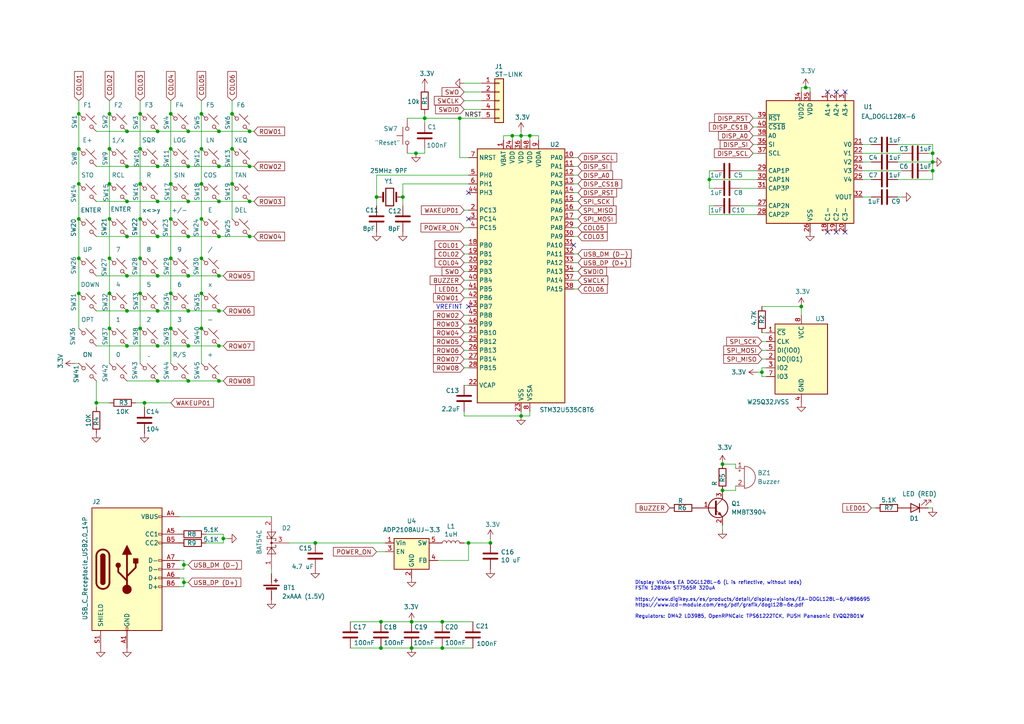
<source format=kicad_sch>
(kicad_sch (version 20231120) (generator "eeschema") (generator_version "8.0")
  (paper "A4")
  (title_block (title "DM50 Calculator") (date "2023-01-13") (rev "0.1"))
  (junction (at 53.34 168.91))
  (junction (at 63.5 90.17))
  (junction (at 40.64 33.02))
  (junction (at 22.86 33.02))
  (junction (at 72.39 38.1))
  (junction (at 220.98 107.95))
  (junction (at 58.42 63.5))
  (junction (at 36.83 90.17))
  (junction (at 49.53 85.09))
  (junction (at 54.61 58.42))
  (junction (at 53.34 163.83))
  (junction (at 67.31 43.18))
  (junction (at 31.75 33.02))
  (junction (at 58.42 43.18))
  (junction (at 270.51 49.53))
  (junction (at 63.5 48.26))
  (junction (at 40.64 85.09))
  (junction (at 40.64 43.18))
  (junction (at 151.13 120.65))
  (junction (at 45.72 100.33))
  (junction (at 120.65 44.45))
  (junction (at 45.72 80.01))
  (junction (at 110.49 187.96))
  (junction (at 119.38 180.34))
  (junction (at 64.77 156.21))
  (junction (at 209.55 142.24))
  (junction (at 72.39 48.26))
  (junction (at 148.59 39.37))
  (junction (at 27.94 116.84))
  (junction (at 49.53 74.93))
  (junction (at 41.91 116.84))
  (junction (at 31.75 43.18))
  (junction (at 40.64 63.5))
  (junction (at 54.61 48.26))
  (junction (at 58.42 95.25))
  (junction (at 151.13 39.37))
  (junction (at 49.53 63.5))
  (junction (at 72.39 68.58))
  (junction (at 270.51 44.45))
  (junction (at 109.22 57.15))
  (junction (at 49.53 33.02))
  (junction (at 36.83 100.33))
  (junction (at 133.35 34.29))
  (junction (at 31.75 53.34))
  (junction (at 58.42 74.93))
  (junction (at 63.5 100.33))
  (junction (at 153.67 39.37))
  (junction (at 49.53 43.18))
  (junction (at 36.83 68.58))
  (junction (at 49.53 95.25))
  (junction (at 67.31 53.34))
  (junction (at 54.61 80.01))
  (junction (at 58.42 33.02))
  (junction (at 63.5 110.49))
  (junction (at 40.64 53.34))
  (junction (at 135.89 157.48))
  (junction (at 205.74 52.07))
  (junction (at 40.64 95.25))
  (junction (at 36.83 48.26))
  (junction (at 91.44 157.48))
  (junction (at 142.24 157.48))
  (junction (at 54.61 90.17))
  (junction (at 63.5 68.58))
  (junction (at 233.68 25.4))
  (junction (at 270.51 46.99))
  (junction (at 22.86 74.93))
  (junction (at 45.72 48.26))
  (junction (at 123.19 34.29))
  (junction (at 128.27 180.34))
  (junction (at 31.75 74.93))
  (junction (at 22.86 43.18))
  (junction (at 22.86 85.09))
  (junction (at 31.75 63.5))
  (junction (at 63.5 58.42))
  (junction (at 63.5 38.1))
  (junction (at 54.61 100.33))
  (junction (at 209.55 134.62))
  (junction (at 22.86 63.5))
  (junction (at 45.72 68.58))
  (junction (at 58.42 53.34))
  (junction (at 116.84 57.15))
  (junction (at 119.38 187.96))
  (junction (at 45.72 38.1))
  (junction (at 36.83 80.01))
  (junction (at 36.83 38.1))
  (junction (at 232.41 88.9))
  (junction (at 40.64 74.93))
  (junction (at 54.61 110.49))
  (junction (at 45.72 58.42))
  (junction (at 54.61 68.58))
  (junction (at 45.72 90.17))
  (junction (at 49.53 53.34))
  (junction (at 67.31 33.02))
  (junction (at 63.5 80.01))
  (junction (at 36.83 58.42))
  (junction (at 45.72 110.49))
  (junction (at 110.49 180.34))
  (junction (at 58.42 85.09))
  (junction (at 31.75 85.09))
  (junction (at 72.39 58.42))
  (junction (at 54.61 38.1))
  (junction (at 128.27 187.96))
  (junction (at 31.75 95.25))
  (junction (at 22.86 53.34))
  (no_connect (at 245.11 67.31))
  (no_connect (at 245.11 26.67))
  (no_connect (at 135.89 63.5))
  (no_connect (at 242.57 26.67))
  (no_connect (at 166.37 71.12))
  (no_connect (at 135.89 88.9))
  (no_connect (at 242.57 67.31))
  (no_connect (at 240.03 67.31))
  (no_connect (at 135.89 55.88))
  (no_connect (at 240.03 26.67))
  (wire (pts (xy 233.68 25.4) (xy 234.95 25.4)))
  (wire (pts (xy 36.83 58.42) (xy 45.72 58.42)))
  (wire (pts (xy 40.64 53.34) (xy 40.64 63.5)))
  (wire (pts (xy 220.98 104.14) (xy 222.25 104.14)))
  (wire (pts (xy 63.5 38.1) (xy 72.39 38.1)))
  (wire (pts (xy 40.64 63.5) (xy 40.64 74.93)))
  (wire (pts (xy 36.83 68.58) (xy 45.72 68.58)))
  (wire (pts (xy 232.41 88.9) (xy 232.41 91.44)))
  (wire (pts (xy 22.86 43.18) (xy 22.86 53.34)))
  (wire (pts (xy 27.94 116.84) (xy 31.75 116.84)))
  (wire (pts (xy 54.61 38.1) (xy 63.5 38.1)))
  (wire (pts (xy 45.72 58.42) (xy 54.61 58.42)))
  (wire (pts (xy 31.75 63.5) (xy 31.75 74.93)))
  (wire (pts (xy 58.42 29.21) (xy 58.42 33.02)))
  (wire (pts (xy 128.27 180.34) (xy 137.16 180.34)))
  (wire (pts (xy 123.19 34.29) (xy 133.35 34.29)))
  (wire (pts (xy 134.62 99.06) (xy 135.89 99.06)))
  (wire (pts (xy 218.44 34.29) (xy 219.71 34.29)))
  (wire (pts (xy 166.37 58.42) (xy 167.64 58.42)))
  (wire (pts (xy 22.86 85.09) (xy 22.86 95.25)))
  (wire (pts (xy 250.19 52.07) (xy 252.73 52.07)))
  (wire (pts (xy 64.77 156.21) (xy 64.77 157.48)))
  (wire (pts (xy 134.62 83.82) (xy 135.89 83.82)))
  (wire (pts (xy 63.5 58.42) (xy 72.39 58.42)))
  (wire (pts (xy 166.37 50.8) (xy 167.64 50.8)))
  (wire (pts (xy 142.24 156.21) (xy 142.24 157.48)))
  (wire (pts (xy 54.61 48.26) (xy 63.5 48.26)))
  (wire (pts (xy 110.49 187.96) (xy 119.38 187.96)))
  (wire (pts (xy 41.91 116.84) (xy 49.53 116.84)))
  (wire (pts (xy 166.37 78.74) (xy 167.64 78.74)))
  (wire (pts (xy 54.61 58.42) (xy 63.5 58.42)))
  (wire (pts (xy 52.07 170.18) (xy 53.34 170.18)))
  (wire (pts (xy 220.98 107.95) (xy 220.98 106.68)))
  (wire (pts (xy 270.51 44.45) (xy 270.51 46.99)))
  (wire (pts (xy 21.59 105.41) (xy 22.86 105.41)))
  (wire (pts (xy 213.36 135.89) (xy 213.36 134.62)))
  (wire (pts (xy 209.55 142.24) (xy 213.36 142.24)))
  (wire (pts (xy 250.19 44.45) (xy 261.62 44.45)))
  (wire (pts (xy 134.62 81.28) (xy 135.89 81.28)))
  (wire (pts (xy 63.5 90.17) (xy 64.77 90.17)))
  (wire (pts (xy 220.98 107.95) (xy 220.98 109.22)))
  (wire (pts (xy 260.35 41.91) (xy 270.51 41.91)))
  (wire (pts (xy 52.07 167.64) (xy 53.34 167.64)))
  (wire (pts (xy 214.63 49.53) (xy 219.71 49.53)))
  (wire (pts (xy 166.37 60.96) (xy 167.64 60.96)))
  (wire (pts (xy 166.37 45.72) (xy 167.64 45.72)))
  (wire (pts (xy 148.59 39.37) (xy 151.13 39.37)))
  (wire (pts (xy 49.53 74.93) (xy 49.53 85.09)))
  (wire (pts (xy 123.19 33.02) (xy 123.19 34.29)))
  (wire (pts (xy 220.98 106.68) (xy 222.25 106.68)))
  (wire (pts (xy 207.01 49.53) (xy 205.74 49.53)))
  (wire (pts (xy 166.37 68.58) (xy 167.64 68.58)))
  (wire (pts (xy 27.94 110.49) (xy 27.94 116.84)))
  (wire (pts (xy 58.42 53.34) (xy 58.42 63.5)))
  (wire (pts (xy 67.31 43.18) (xy 67.31 53.34)))
  (wire (pts (xy 123.19 43.18) (xy 123.19 44.45)))
  (wire (pts (xy 31.75 29.21) (xy 31.75 33.02)))
  (wire (pts (xy 40.64 95.25) (xy 40.64 105.41)))
  (wire (pts (xy 270.51 41.91) (xy 270.51 44.45)))
  (wire (pts (xy 36.83 80.01) (xy 45.72 80.01)))
  (wire (pts (xy 116.84 53.34) (xy 135.89 53.34)))
  (wire (pts (xy 146.05 39.37) (xy 148.59 39.37)))
  (wire (pts (xy 40.64 74.93) (xy 40.64 85.09)))
  (wire (pts (xy 22.86 29.21) (xy 22.86 33.02)))
  (wire (pts (xy 116.84 53.34) (xy 116.84 57.15)))
  (wire (pts (xy 36.83 38.1) (xy 45.72 38.1)))
  (wire (pts (xy 134.62 73.66) (xy 135.89 73.66)))
  (wire (pts (xy 134.62 101.6) (xy 135.89 101.6)))
  (wire (pts (xy 250.19 49.53) (xy 261.62 49.53)))
  (wire (pts (xy 270.51 52.07) (xy 260.35 52.07)))
  (wire (pts (xy 27.94 58.42) (xy 36.83 58.42)))
  (wire (pts (xy 209.55 134.62) (xy 213.36 134.62)))
  (wire (pts (xy 31.75 33.02) (xy 31.75 43.18)))
  (wire (pts (xy 27.94 116.84) (xy 27.94 118.11)))
  (wire (pts (xy 67.31 29.21) (xy 67.31 33.02)))
  (wire (pts (xy 40.64 29.21) (xy 40.64 33.02)))
  (wire (pts (xy 205.74 52.07) (xy 205.74 54.61)))
  (wire (pts (xy 151.13 39.37) (xy 153.67 39.37)))
  (wire (pts (xy 135.89 157.48) (xy 142.24 157.48)))
  (wire (pts (xy 67.31 33.02) (xy 67.31 43.18)))
  (wire (pts (xy 205.74 54.61) (xy 207.01 54.61)))
  (wire (pts (xy 219.71 107.95) (xy 220.98 107.95)))
  (wire (pts (xy 134.62 76.2) (xy 135.89 76.2)))
  (wire (pts (xy 22.86 74.93) (xy 22.86 85.09)))
  (wire (pts (xy 83.82 157.48) (xy 91.44 157.48)))
  (wire (pts (xy 252.73 147.32) (xy 254 147.32)))
  (wire (pts (xy 63.5 80.01) (xy 64.77 80.01)))
  (wire (pts (xy 234.95 25.4) (xy 234.95 26.67)))
  (wire (pts (xy 22.86 53.34) (xy 22.86 63.5)))
  (wire (pts (xy 260.35 46.99) (xy 270.51 46.99)))
  (wire (pts (xy 110.49 180.34) (xy 119.38 180.34)))
  (wire (pts (xy 53.34 163.83) (xy 53.34 165.1)))
  (wire (pts (xy 27.94 80.01) (xy 36.83 80.01)))
  (wire (pts (xy 166.37 81.28) (xy 167.64 81.28)))
  (wire (pts (xy 135.89 157.48) (xy 135.89 162.56)))
  (wire (pts (xy 91.44 157.48) (xy 111.76 157.48)))
  (wire (pts (xy 53.34 168.91) (xy 53.34 170.18)))
  (wire (pts (xy 134.62 157.48) (xy 135.89 157.48)))
  (wire (pts (xy 205.74 49.53) (xy 205.74 52.07)))
  (wire (pts (xy 133.35 45.72) (xy 135.89 45.72)))
  (wire (pts (xy 153.67 119.38) (xy 153.67 120.65)))
  (wire (pts (xy 166.37 55.88) (xy 167.64 55.88)))
  (wire (pts (xy 120.65 44.45) (xy 123.19 44.45)))
  (wire (pts (xy 134.62 71.12) (xy 135.89 71.12)))
  (wire (pts (xy 58.42 85.09) (xy 58.42 95.25)))
  (wire (pts (xy 49.53 29.21) (xy 49.53 33.02)))
  (wire (pts (xy 218.44 36.83) (xy 219.71 36.83)))
  (wire (pts (xy 166.37 73.66) (xy 167.64 73.66)))
  (wire (pts (xy 220.98 96.52) (xy 222.25 96.52)))
  (wire (pts (xy 166.37 48.26) (xy 167.64 48.26)))
  (wire (pts (xy 134.62 104.14) (xy 135.89 104.14)))
  (wire (pts (xy 110.49 187.96) (xy 101.6 187.96)))
  (wire (pts (xy 134.62 31.75) (xy 139.7 31.75)))
  (wire (pts (xy 36.83 48.26) (xy 45.72 48.26)))
  (wire (pts (xy 63.5 48.26) (xy 72.39 48.26)))
  (wire (pts (xy 58.42 33.02) (xy 58.42 43.18)))
  (wire (pts (xy 58.42 95.25) (xy 58.42 105.41)))
  (wire (pts (xy 128.27 187.96) (xy 137.16 187.96)))
  (wire (pts (xy 72.39 58.42) (xy 73.66 58.42)))
  (wire (pts (xy 22.86 63.5) (xy 22.86 74.93)))
  (wire (pts (xy 134.62 119.38) (xy 134.62 120.65)))
  (wire (pts (xy 261.62 57.15) (xy 260.35 57.15)))
  (wire (pts (xy 133.35 34.29) (xy 133.35 45.72)))
  (wire (pts (xy 36.83 110.49) (xy 45.72 110.49)))
  (wire (pts (xy 110.49 180.34) (xy 101.6 180.34)))
  (wire (pts (xy 53.34 168.91) (xy 53.34 167.64)))
  (wire (pts (xy 72.39 68.58) (xy 73.66 68.58)))
  (wire (pts (xy 27.94 90.17) (xy 36.83 90.17)))
  (wire (pts (xy 53.34 162.56) (xy 53.34 163.83)))
  (wire (pts (xy 269.24 44.45) (xy 270.51 44.45)))
  (wire (pts (xy 27.94 100.33) (xy 36.83 100.33)))
  (wire (pts (xy 58.42 63.5) (xy 58.42 74.93)))
  (wire (pts (xy 151.13 38.1) (xy 151.13 39.37)))
  (wire (pts (xy 49.53 95.25) (xy 49.53 105.41)))
  (wire (pts (xy 63.5 100.33) (xy 64.77 100.33)))
  (wire (pts (xy 52.07 149.86) (xy 78.74 149.86)))
  (wire (pts (xy 220.98 88.9) (xy 232.41 88.9)))
  (wire (pts (xy 40.64 85.09) (xy 40.64 95.25)))
  (wire (pts (xy 232.41 25.4) (xy 233.68 25.4)))
  (wire (pts (xy 36.83 100.33) (xy 45.72 100.33)))
  (wire (pts (xy 213.36 140.97) (xy 213.36 142.24)))
  (wire (pts (xy 151.13 119.38) (xy 151.13 120.65)))
  (wire (pts (xy 72.39 48.26) (xy 73.66 48.26)))
  (wire (pts (xy 72.39 38.1) (xy 73.66 38.1)))
  (wire (pts (xy 133.35 34.29) (xy 139.7 34.29)))
  (wire (pts (xy 45.72 110.49) (xy 54.61 110.49)))
  (wire (pts (xy 127 162.56) (xy 135.89 162.56)))
  (wire (pts (xy 54.61 110.49) (xy 63.5 110.49)))
  (wire (pts (xy 218.44 41.91) (xy 219.71 41.91)))
  (wire (pts (xy 54.61 68.58) (xy 63.5 68.58)))
  (wire (pts (xy 49.53 43.18) (xy 49.53 53.34)))
  (wire (pts (xy 54.61 100.33) (xy 63.5 100.33)))
  (wire (pts (xy 151.13 39.37) (xy 151.13 40.64)))
  (wire (pts (xy 118.11 44.45) (xy 120.65 44.45)))
  (wire (pts (xy 134.62 120.65) (xy 151.13 120.65)))
  (wire (pts (xy 52.07 162.56) (xy 53.34 162.56)))
  (wire (pts (xy 109.22 160.02) (xy 111.76 160.02)))
  (wire (pts (xy 134.62 86.36) (xy 135.89 86.36)))
  (wire (pts (xy 36.83 90.17) (xy 45.72 90.17)))
  (wire (pts (xy 148.59 39.37) (xy 148.59 40.64)))
  (wire (pts (xy 58.42 74.93) (xy 58.42 85.09)))
  (wire (pts (xy 39.37 116.84) (xy 41.91 116.84)))
  (wire (pts (xy 59.69 154.94) (xy 64.77 154.94)))
  (wire (pts (xy 63.5 110.49) (xy 64.77 110.49)))
  (wire (pts (xy 166.37 53.34) (xy 167.64 53.34)))
  (wire (pts (xy 134.62 78.74) (xy 135.89 78.74)))
  (wire (pts (xy 153.67 39.37) (xy 153.67 40.64)))
  (wire (pts (xy 134.62 93.98) (xy 135.89 93.98)))
  (wire (pts (xy 250.19 41.91) (xy 252.73 41.91)))
  (wire (pts (xy 153.67 39.37) (xy 156.21 39.37)))
  (wire (pts (xy 31.75 85.09) (xy 31.75 95.25)))
  (wire (pts (xy 134.62 26.67) (xy 139.7 26.67)))
  (wire (pts (xy 27.94 38.1) (xy 36.83 38.1)))
  (wire (pts (xy 214.63 54.61) (xy 219.71 54.61)))
  (wire (pts (xy 250.19 46.99) (xy 252.73 46.99)))
  (wire (pts (xy 31.75 53.34) (xy 31.75 63.5)))
  (wire (pts (xy 59.69 157.48) (xy 64.77 157.48)))
  (wire (pts (xy 270.51 46.99) (xy 270.51 49.53)))
  (wire (pts (xy 58.42 43.18) (xy 58.42 53.34)))
  (wire (pts (xy 220.98 101.6) (xy 222.25 101.6)))
  (wire (pts (xy 109.22 57.15) (xy 109.22 59.69)))
  (wire (pts (xy 31.75 95.25) (xy 31.75 105.41)))
  (wire (pts (xy 134.62 91.44) (xy 135.89 91.44)))
  (wire (pts (xy 53.34 163.83) (xy 54.61 163.83)))
  (wire (pts (xy 166.37 83.82) (xy 167.64 83.82)))
  (wire (pts (xy 209.55 152.4) (xy 209.55 153.67)))
  (wire (pts (xy 49.53 33.02) (xy 49.53 43.18)))
  (wire (pts (xy 232.41 26.67) (xy 232.41 25.4)))
  (wire (pts (xy 250.19 57.15) (xy 252.73 57.15)))
  (wire (pts (xy 270.51 49.53) (xy 270.51 52.07)))
  (wire (pts (xy 166.37 66.04) (xy 167.64 66.04)))
  (wire (pts (xy 63.5 68.58) (xy 72.39 68.58)))
  (wire (pts (xy 119.38 187.96) (xy 128.27 187.96)))
  (wire (pts (xy 218.44 39.37) (xy 219.71 39.37)))
  (wire (pts (xy 222.25 109.22) (xy 220.98 109.22)))
  (wire (pts (xy 40.64 43.18) (xy 40.64 53.34)))
  (wire (pts (xy 116.84 57.15) (xy 116.84 59.69)))
  (wire (pts (xy 205.74 62.23) (xy 219.71 62.23)))
  (wire (pts (xy 78.74 165.1) (xy 78.74 166.37)))
  (wire (pts (xy 156.21 39.37) (xy 156.21 40.64)))
  (wire (pts (xy 54.61 80.01) (xy 63.5 80.01)))
  (wire (pts (xy 134.62 106.68) (xy 135.89 106.68)))
  (wire (pts (xy 134.62 24.13) (xy 139.7 24.13)))
  (wire (pts (xy 64.77 156.21) (xy 66.04 156.21)))
  (wire (pts (xy 109.22 50.8) (xy 109.22 57.15)))
  (wire (pts (xy 40.64 33.02) (xy 40.64 43.18)))
  (wire (pts (xy 53.34 168.91) (xy 54.61 168.91)))
  (wire (pts (xy 134.62 111.76) (xy 135.89 111.76)))
  (wire (pts (xy 27.94 68.58) (xy 36.83 68.58)))
  (wire (pts (xy 218.44 44.45) (xy 219.71 44.45)))
  (wire (pts (xy 31.75 74.93) (xy 31.75 85.09)))
  (wire (pts (xy 64.77 154.94) (xy 64.77 156.21)))
  (wire (pts (xy 134.62 60.96) (xy 135.89 60.96)))
  (wire (pts (xy 214.63 59.69) (xy 219.71 59.69)))
  (wire (pts (xy 67.31 53.34) (xy 67.31 63.5)))
  (wire (pts (xy 45.72 38.1) (xy 54.61 38.1)))
  (wire (pts (xy 118.11 34.29) (xy 123.19 34.29)))
  (wire (pts (xy 49.53 53.34) (xy 49.53 63.5)))
  (wire (pts (xy 45.72 48.26) (xy 54.61 48.26)))
  (wire (pts (xy 27.94 48.26) (xy 36.83 48.26)))
  (wire (pts (xy 45.72 68.58) (xy 54.61 68.58)))
  (wire (pts (xy 139.7 29.21) (xy 134.62 29.21)))
  (wire (pts (xy 31.75 43.18) (xy 31.75 53.34)))
  (wire (pts (xy 119.38 180.34) (xy 128.27 180.34)))
  (wire (pts (xy 109.22 50.8) (xy 135.89 50.8)))
  (wire (pts (xy 49.53 85.09) (xy 49.53 95.25)))
  (wire (pts (xy 52.07 165.1) (xy 53.34 165.1)))
  (wire (pts (xy 269.24 147.32) (xy 270.51 147.32)))
  (wire (pts (xy 220.98 99.06) (xy 222.25 99.06)))
  (wire (pts (xy 123.19 35.56) (xy 123.19 34.29)))
  (wire (pts (xy 45.72 90.17) (xy 54.61 90.17)))
  (wire (pts (xy 45.72 100.33) (xy 54.61 100.33)))
  (wire (pts (xy 41.91 116.84) (xy 41.91 118.11)))
  (wire (pts (xy 151.13 120.65) (xy 153.67 120.65)))
  (wire (pts (xy 134.62 96.52) (xy 135.89 96.52)))
  (wire (pts (xy 134.62 66.04) (xy 135.89 66.04)))
  (wire (pts (xy 22.86 33.02) (xy 22.86 43.18)))
  (wire (pts (xy 269.24 49.53) (xy 270.51 49.53)))
  (wire (pts (xy 205.74 52.07) (xy 219.71 52.07)))
  (wire (pts (xy 205.74 59.69) (xy 205.74 62.23)))
  (wire (pts (xy 207.01 59.69) (xy 205.74 59.69)))
  (wire (pts (xy 166.37 76.2) (xy 167.64 76.2)))
  (wire (pts (xy 45.72 80.01) (xy 54.61 80.01)))
  (wire (pts (xy 49.53 63.5) (xy 49.53 74.93)))
  (wire (pts (xy 166.37 63.5) (xy 167.64 63.5)))
  (wire (pts (xy 146.05 40.64) (xy 146.05 39.37)))
  (wire (pts (xy 54.61 90.17) (xy 63.5 90.17)))
  (text "VREFINT" (at 130.302 89.154 0) (effects (font (size 1.27 1.27))))
  (text "Display Visions EA DOGL128L-6 (L is reflective, without leds)\nFSTN 128X64 ST7565R 320uA\n\nhttps://www.digikey.es/es/products/detail/display-visions/EA-DOGL128L-6/4896695\nhttps://www.lcd-module.com/eng/pdf/grafik/dogl128-6e.pdf\n\nRegulators: DM42 LD3985, OpenRPNCalc TPS61222TCK, PUSH Panasonic EVQQ2B01W" (at 184.15 173.99 0) (effects (font (size 1.016 1.016)) (justify left)))
  (label "NRST" (at 139.7 34.29 180))
  (global_label "BUZZER" (shape input) (at 134.62 81.28 180) (property "Intersheetrefs" "${INTERSHEET_REFS}" (effects (hide yes))))
  (global_label "SWCLK" (shape input) (at 167.64 81.28 0) (property "Intersheetrefs" "${INTERSHEET_REFS}" (effects (hide yes))))
  (global_label "SWDIO" (shape input) (at 134.62 31.75 180) (property "Intersheetrefs" "${INTERSHEET_REFS}" (effects (hide yes))))
  (global_label "COL02" (shape input) (at 31.75 29.21 90) (property "Intersheetrefs" "${INTERSHEET_REFS}" (effects (hide yes))))
  (global_label "COL06" (shape input) (at 67.31 29.21 90) (property "Intersheetrefs" "${INTERSHEET_REFS}" (effects (hide yes))))
  (global_label "COL06" (shape input) (at 167.64 83.82 0) (property "Intersheetrefs" "${INTERSHEET_REFS}" (effects (hide yes))))
  (global_label "DISP_RST" (shape input) (at 167.64 55.88 0) (property "Intersheetrefs" "${INTERSHEET_REFS}" (effects (hide yes))))
  (global_label "ROW06" (shape input) (at 64.77 90.17 0) (property "Intersheetrefs" "${INTERSHEET_REFS}" (effects (hide yes))))
  (global_label "COL03" (shape input) (at 167.64 68.58 0) (property "Intersheetrefs" "${INTERSHEET_REFS}" (effects (hide yes))))
  (global_label "DISP_CS1B" (shape input) (at 167.64 53.34 0) (property "Intersheetrefs" "${INTERSHEET_REFS}" (effects (hide yes))))
  (global_label "COL01" (shape input) (at 134.62 71.12 180) (property "Intersheetrefs" "${INTERSHEET_REFS}" (effects (hide yes))))
  (global_label "SPI_MOSI" (shape input) (at 167.64 63.5 0) (property "Intersheetrefs" "${INTERSHEET_REFS}" (effects (hide yes))))
  (global_label "WAKEUP01" (shape input) (at 134.62 60.96 180) (property "Intersheetrefs" "${INTERSHEET_REFS}" (effects (hide yes))))
  (global_label "DISP_SI" (shape input) (at 167.64 48.26 0) (property "Intersheetrefs" "${INTERSHEET_REFS}" (effects (hide yes))))
  (global_label "SWO" (shape input) (at 134.62 78.74 180) (property "Intersheetrefs" "${INTERSHEET_REFS}" (effects (hide yes))))
  (global_label "ROW06" (shape input) (at 134.62 101.6 180) (property "Intersheetrefs" "${INTERSHEET_REFS}" (effects (hide yes))))
  (global_label "COL05" (shape input) (at 167.64 66.04 0) (property "Intersheetrefs" "${INTERSHEET_REFS}" (effects (hide yes))))
  (global_label "USB_DP (D+)" (shape input) (at 54.61 168.91 0) (property "Intersheetrefs" "${INTERSHEET_REFS}" (effects (hide yes))))
  (global_label "SPI_SCK" (shape input) (at 167.64 58.42 0) (property "Intersheetrefs" "${INTERSHEET_REFS}" (effects (hide yes))))
  (global_label "USB_DM (D-)" (shape input) (at 54.61 163.83 0) (property "Intersheetrefs" "${INTERSHEET_REFS}" (effects (hide yes))))
  (global_label "DISP_RST" (shape input) (at 218.44 34.29 180) (property "Intersheetrefs" "${INTERSHEET_REFS}" (effects (hide yes))))
  (global_label "USB_DM (D-)" (shape input) (at 167.64 73.66 0) (property "Intersheetrefs" "${INTERSHEET_REFS}" (effects (hide yes))))
  (global_label "ROW04" (shape input) (at 134.62 96.52 180) (property "Intersheetrefs" "${INTERSHEET_REFS}" (effects (hide yes))))
  (global_label "DISP_SI" (shape input) (at 218.44 41.91 180) (property "Intersheetrefs" "${INTERSHEET_REFS}" (effects (hide yes))))
  (global_label "ROW07" (shape input) (at 134.62 104.14 180) (property "Intersheetrefs" "${INTERSHEET_REFS}" (effects (hide yes))))
  (global_label "SPI_SCK" (shape input) (at 220.98 99.06 180) (property "Intersheetrefs" "${INTERSHEET_REFS}" (effects (hide yes))))
  (global_label "COL04" (shape input) (at 49.53 29.21 90) (property "Intersheetrefs" "${INTERSHEET_REFS}" (effects (hide yes))))
  (global_label "WAKEUP01" (shape input) (at 49.53 116.84 0) (property "Intersheetrefs" "${INTERSHEET_REFS}" (effects (hide yes))))
  (global_label "DISP_A0" (shape input) (at 218.44 39.37 180) (property "Intersheetrefs" "${INTERSHEET_REFS}" (effects (hide yes))))
  (global_label "DISP_SCL" (shape input) (at 167.64 45.72 0) (property "Intersheetrefs" "${INTERSHEET_REFS}" (effects (hide yes))))
  (global_label "COL05" (shape input) (at 58.42 29.21 90) (property "Intersheetrefs" "${INTERSHEET_REFS}" (effects (hide yes))))
  (global_label "SPI_MOSI" (shape input) (at 220.98 101.6 180) (property "Intersheetrefs" "${INTERSHEET_REFS}" (effects (hide yes))))
  (global_label "DISP_SCL" (shape input) (at 218.44 44.45 180) (property "Intersheetrefs" "${INTERSHEET_REFS}" (effects (hide yes))))
  (global_label "ROW08" (shape input) (at 134.62 106.68 180) (property "Intersheetrefs" "${INTERSHEET_REFS}" (effects (hide yes))))
  (global_label "ROW08" (shape input) (at 64.77 110.49 0) (property "Intersheetrefs" "${INTERSHEET_REFS}" (effects (hide yes))))
  (global_label "ROW05" (shape input) (at 64.77 80.01 0) (property "Intersheetrefs" "${INTERSHEET_REFS}" (effects (hide yes))))
  (global_label "LED01" (shape input) (at 252.73 147.32 180) (property "Intersheetrefs" "${INTERSHEET_REFS}" (effects (hide yes))))
  (global_label "COL04" (shape input) (at 134.62 76.2 180) (property "Intersheetrefs" "${INTERSHEET_REFS}" (effects (hide yes))))
  (global_label "USB_DP (D+)" (shape input) (at 167.64 76.2 0) (property "Intersheetrefs" "${INTERSHEET_REFS}" (effects (hide yes))))
  (global_label "LED01" (shape input) (at 134.62 83.82 180) (property "Intersheetrefs" "${INTERSHEET_REFS}" (effects (hide yes))))
  (global_label "ROW07" (shape input) (at 64.77 100.33 0) (property "Intersheetrefs" "${INTERSHEET_REFS}" (effects (hide yes))))
  (global_label "COL03" (shape input) (at 40.64 29.21 90) (property "Intersheetrefs" "${INTERSHEET_REFS}" (effects (hide yes))))
  (global_label "ROW02" (shape input) (at 134.62 91.44 180) (property "Intersheetrefs" "${INTERSHEET_REFS}" (effects (hide yes))))
  (global_label "SWO" (shape input) (at 134.62 26.67 180) (property "Intersheetrefs" "${INTERSHEET_REFS}" (effects (hide yes))))
  (global_label "ROW01" (shape input) (at 134.62 86.36 180) (property "Intersheetrefs" "${INTERSHEET_REFS}" (effects (hide yes))))
  (global_label "SPI_MISO" (shape input) (at 167.64 60.96 0) (property "Intersheetrefs" "${INTERSHEET_REFS}" (effects (hide yes))))
  (global_label "DISP_CS1B" (shape input) (at 218.44 36.83 180) (property "Intersheetrefs" "${INTERSHEET_REFS}" (effects (hide yes))))
  (global_label "ROW04" (shape input) (at 73.66 68.58 0) (property "Intersheetrefs" "${INTERSHEET_REFS}" (effects (hide yes))))
  (global_label "ROW02" (shape input) (at 73.66 48.26 0) (property "Intersheetrefs" "${INTERSHEET_REFS}" (effects (hide yes))))
  (global_label "BUZZER" (shape input) (at 194.31 147.32 180) (property "Intersheetrefs" "${INTERSHEET_REFS}" (effects (hide yes))))
  (global_label "SWDIO" (shape input) (at 167.64 78.74 0) (property "Intersheetrefs" "${INTERSHEET_REFS}" (effects (hide yes))))
  (global_label "POWER_ON" (shape input) (at 109.22 160.02 180) (property "Intersheetrefs" "${INTERSHEET_REFS}" (effects (hide yes))))
  (global_label "ROW03" (shape input) (at 73.66 58.42 0) (property "Intersheetrefs" "${INTERSHEET_REFS}" (effects (hide yes))))
  (global_label "ROW01" (shape input) (at 73.66 38.1 0) (property "Intersheetrefs" "${INTERSHEET_REFS}" (effects (hide yes))))
  (global_label "COL01" (shape input) (at 22.86 29.21 90) (property "Intersheetrefs" "${INTERSHEET_REFS}" (effects (hide yes))))
  (global_label "SWCLK" (shape input) (at 134.62 29.21 180) (property "Intersheetrefs" "${INTERSHEET_REFS}" (effects (hide yes))))
  (global_label "ROW03" (shape input) (at 134.62 93.98 180) (property "Intersheetrefs" "${INTERSHEET_REFS}" (effects (hide yes))))
  (global_label "DISP_A0" (shape input) (at 167.64 50.8 0) (property "Intersheetrefs" "${INTERSHEET_REFS}" (effects (hide yes))))
  (global_label "SPI_MISO" (shape input) (at 220.98 104.14 180) (property "Intersheetrefs" "${INTERSHEET_REFS}" (effects (hide yes))))
  (global_label "COL02" (shape input) (at 134.62 73.66 180) (property "Intersheetrefs" "${INTERSHEET_REFS}" (effects (hide yes))))
  (global_label "ROW05" (shape input) (at 134.62 99.06 180) (property "Intersheetrefs" "${INTERSHEET_REFS}" (effects (hide yes))))
  (global_label "POWER_ON" (shape input) (at 134.62 66.04 180) (property "Intersheetrefs" "${INTERSHEET_REFS}" (effects (hide yes))))
  (symbol (lib_id "Switch:SW_Push_45deg") (at 60.96 107.95 0) (unit 1)
    (property "Reference" "SW45" (at 57.15 107.442 90))
    (property "Value" "+" (at 60.96 102.87 0))
  )
  (symbol (lib_id "power:+BATT") (at 142.24 156.21 0) (unit 1)
    (property "Reference" "#PWR022" (effects (hide yes)))
    (property "Value" "3.3V" (at 140.716 152.146 0) (effects (justify left)))
  )
  (symbol (lib_id "Display_Graphic:EA_DOGL128X-6") (at 234.95 46.99 0) (unit 1)
    (property "Reference" "U1" (at 250.444 30.988 0) (effects (justify left)))
    (property "Value" "EA_DOGL128X-6" (at 249.682 33.782 0) (effects (justify left)))
    (property "Footprint" "Display:EA_DOGL128-6" (effects (hide yes)))
    (property "Datasheet" "https://www.lcd-module.com/eng/pdf/grafik/dogl128-6e.pdf" (effects (hide yes)))
    (property "Description" "EA DOGL128X-6 Graphical Display 128x64 optional backlight SPI 3.0-3.3V" (effects (hide yes)))
  )
  (symbol (lib_id "power:GND") (at 109.22 67.31 0) (unit 1)
    (property "Reference" "#PWR08" (effects (hide yes)))
    (property "Value" "GND" (effects (hide yes)))
  )
  (symbol (lib_id "power:GND") (at 41.91 125.73 0) (unit 1)
    (property "Reference" "#PWR017" (effects (hide yes)))
    (property "Value" "GND" (effects (hide yes)))
  )
  (symbol (lib_id "Device:C") (at 210.82 49.53 270) (unit 1)
    (property "Reference" "C5" (at 214.122 50.8 90))
    (property "Value" "1uF" (at 207.772 50.8 90))
    (property "Footprint" "Capacitor_SMD:C_0603_1608Metric" (effects (hide yes)))
  )
  (symbol (lib_id "Device:C") (at 265.43 49.53 90) (unit 1)
    (property "Reference" "C6" (at 262.128 48.26 90))
    (property "Value" "1uF" (at 268.478 48.26 90))
    (property "Footprint" "Capacitor_SMD:C_0603_1608Metric" (effects (hide yes)))
  )
  (symbol (lib_id "power:+BATT") (at 119.38 180.34 0) (unit 1)
    (property "Reference" "#PWR026" (effects (hide yes)))
    (property "Value" "3.3V" (at 117.094 176.022 0) (effects (justify left)))
  )
  (symbol (lib_id "Switch:SW_Push_45deg") (at 60.96 77.47 0) (unit 1)
    (property "Reference" "SW30" (at 56.896 77.216 90))
    (property "Value" "/" (at 60.96 72.39 0))
  )
  (symbol (lib_id "Switch:SW_Push_45deg") (at 34.29 107.95 0) (unit 1)
    (property "Reference" "SW42" (at 30.48 108.204 90))
    (property "Value" "0" (at 34.29 102.87 0))
  )
  (symbol (lib_id "power:+BATT") (at 209.55 134.62 0) (unit 1)
    (property "Reference" "#PWR018" (effects (hide yes)))
    (property "Value" "3.3V" (at 208.026 129.794 0) (effects (justify left)))
  )
  (symbol (lib_id "Device:Buzzer") (at 215.9 138.43 0) (unit 1)
    (property "Reference" "BZ1" (at 219.71 137.1599 0) (effects (justify left)))
    (property "Value" "Buzzer" (at 219.71 139.6999 0) (effects (justify left)))
    (property "Footprint" "Connector:JWT_A3963_1x02_P3.96mm_Vertical" (effects (hide yes)))
    (property "Description" "Buzzer, polarized" (effects (hide yes)))
  )
  (symbol (lib_id "power:GND") (at 91.44 165.1 0) (unit 1)
    (property "Reference" "#PWR023" (effects (hide yes)))
    (property "Value" "GND" (effects (hide yes)))
  )
  (symbol (lib_id "power:GND") (at 36.83 187.96 0) (unit 1)
    (property "Reference" "#PWR029" (effects (hide yes)))
    (property "Value" "GND" (effects (hide yes)))
  )
  (symbol (lib_id "Switch:SW_Push_45deg") (at 34.29 35.56 0) (unit 1)
    (property "Reference" "SW2" (at 30.48 35.306 90))
    (property "Value" "F2" (at 34.29 30.48 0))
  )
  (symbol (lib_id "Switch:SW_Push_45deg") (at 52.07 55.88 0) (unit 1)
    (property "Reference" "SW17" (at 48.514 55.626 90))
    (property "Value" "SIN" (at 52.07 50.8 0))
  )
  (symbol (lib_id "Switch:SW_Push_45deg") (at 43.18 66.04 0) (unit 1)
    (property "Reference" "SW22" (at 39.116 65.786 90))
    (property "Value" "x<>y" (at 43.942 60.96 0))
  )
  (symbol (lib_id "power:GND") (at 120.65 44.45 0) (unit 1)
    (property "Reference" "#PWR05" (effects (hide yes)))
    (property "Value" "GND" (effects (hide yes)))
  )
  (symbol (lib_id "Memory_Flash:W25Q32JVSS") (at 232.41 104.14 0) (unit 1)
    (property "Reference" "U3" (at 236.474 92.456 0) (effects (justify left)))
    (property "Value" "W25Q32JVSS" (at 216.662 116.586 0) (effects (justify left)))
    (property "Footprint" "Package_SO:SOIC-8_5.23x5.23mm_P1.27mm" (effects (hide yes)))
    (property "Datasheet" "http://www.winbond.com/resource-files/w25q32jv%20revg%2003272018%20plus.pdf" (effects (hide yes)))
    (property "Description" "32Mb Serial Flash Memory, Standard/Dual/Quad SPI, SOIC-8" (effects (hide yes)))
  )
  (symbol (lib_id "Device:C") (at 256.54 41.91 90) (unit 1)
    (property "Reference" "C2" (at 253.238 40.64 90))
    (property "Value" "1uF" (at 259.588 40.64 90))
    (property "Footprint" "Capacitor_SMD:C_0603_1608Metric" (effects (hide yes)))
  )
  (symbol (lib_id "Switch:SW_Push_45deg") (at 52.07 97.79 0) (unit 1)
    (property "Reference" "SW39" (at 48.26 97.536 90))
    (property "Value" "3" (at 52.07 92.71 0))
  )
  (symbol (lib_id "MCU_ST_STM32U5:STM32U535CBTx") (at 151.13 81.28 0) (unit 1)
    (property "Reference" "U2" (at 159.512 41.91 0) (effects (justify left)))
    (property "Value" "STM32U535CBT6" (at 156.464 118.872 0) (effects (justify left)))
    (property "Footprint" "Package_QFP:LQFP-48_7x7mm_P0.5mm" (effects (hide yes)))
    (property "Datasheet" "https://www.st.com/resource/en/datasheet/stm32u535cb.pdf" (effects (hide yes)))
    (property "Description" "STMicroelectronics Arm Cortex-M33 MCU, 128KB flash, 274KB RAM, 37 GPIO, LQFP48" (effects (hide yes)))
  )
  (symbol (lib_id "Switch:SW_Push_45deg") (at 69.85 66.04 0) (unit 1)
    (property "Reference" "SW25" (at 66.04 66.294 90))
    (property "Value" "DEL" (at 69.85 60.96 0))
  )
  (symbol (lib_id "power:GND") (at 119.38 187.96 0) (unit 1)
    (property "Reference" "#PWR030" (effects (hide yes)))
    (property "Value" "GND" (effects (hide yes)))
  )
  (symbol (lib_id "Switch:SW_Push_45deg") (at 52.07 87.63 0) (unit 1)
    (property "Reference" "SW34" (at 48.26 87.376 90))
    (property "Value" "6" (at 52.07 82.55 0))
  )
  (symbol (lib_id "Device:C") (at 101.6 184.15 0) (unit 1)
    (property "Reference" "C17" (at 102.362 181.864 0) (effects (justify left)))
    (property "Value" "100nF" (at 102.616 186.436 0) (effects (justify left)))
    (property "Footprint" "Capacitor_SMD:C_0603_1608Metric" (effects (hide yes)))
  )
  (symbol (lib_id "Transistor_BJT:MMBT3904") (at 207.01 147.32 0) (unit 1)
    (property "Reference" "Q1" (at 212.09 146.0499 0) (effects (justify left)))
    (property "Value" "MMBT3904" (at 212.09 148.5899 0) (effects (justify left)))
    (property "Footprint" "Package_TO_SOT_SMD:SOT-23" (effects (hide yes)))
    (property "Datasheet" "https://www.onsemi.com/pdf/datasheet/pzt3904-d.pdf" (effects (hide yes)))
    (property "Description" "0.2A Ic, 40V Vce, Small Signal NPN Transistor, SOT-23" (effects (hide yes)))
  )
  (symbol (lib_id "Switch:SW_Push_45deg") (at 25.4 45.72 0) (unit 1)
    (property "Reference" "SW8" (at 21.59 45.974 90))
    (property "Value" "E+" (at 25.4 40.64 0))
  )
  (symbol (lib_id "Switch:SW_Push_45deg") (at 52.07 107.95 0) (unit 1)
    (property "Reference" "SW44" (at 48.26 107.442 90))
    (property "Value" "R/S" (at 52.07 102.87 0))
  )
  (symbol (lib_id "Device:C") (at 91.44 161.29 0) (unit 1)
    (property "Reference" "C15" (at 86.614 159.004 0) (effects (justify left)))
    (property "Value" "4.7 uF" (at 84.582 164.338 0) (effects (justify left)))
    (property "Footprint" "Capacitor_SMD:C_0603_1608Metric" (effects (hide yes)))
  )
  (symbol (lib_id "Switch:SW_Push_45deg") (at 25.4 77.47 0) (unit 1)
    (property "Reference" "SW26" (at 21.336 76.962 90))
    (property "Value" "UP" (at 25.4 72.39 0))
  )
  (symbol (lib_id "Device:R") (at 123.19 29.21 0) (unit 1)
    (property "Reference" "R1" (at 123.19 30.48 90) (effects (justify left)))
    (property "Value" "10k" (at 118.11 29.464 0) (effects (justify left)))
    (property "Footprint" "Resistor_SMD:R_0603_1608Metric" (effects (hide yes)))
  )
  (symbol (lib_id "Diode:BAT54C") (at 78.74 157.48 90) (unit 1)
    (property "Reference" "D2" (at 83.058 153.162 90))
    (property "Value" "BAT54C" (at 75.184 157.226 0))
    (property "Footprint" "Package_TO_SOT_SMD:SOT-23" (effects (hide yes)))
    (property "Datasheet" "http://www.diodes.com/_files/datasheets/ds11005.pdf" (effects (hide yes)))
    (property "Description" "dual schottky barrier diode, common cathode" (effects (hide yes)))
  )
  (symbol (lib_id "Switch:SW_Push_45deg") (at 52.07 35.56 0) (unit 1)
    (property "Reference" "SW4" (at 48.26 35.56 90))
    (property "Value" "F4" (at 52.07 30.48 0))
  )
  (symbol (lib_id "Device:R") (at 209.55 138.43 0) (unit 1)
    (property "Reference" "R5" (at 209.55 139.954 90) (effects (justify left)))
    (property "Value" "R" (at 207.264 140.97 90) (effects (justify left)))
    (property "Footprint" "Resistor_SMD:R_0603_1608Metric" (effects (hide yes)))
    (property "Description" "Resistor" (effects (hide yes)))
  )
  (symbol (lib_id "Device:C") (at 256.54 52.07 90) (unit 1)
    (property "Reference" "C7" (at 253.238 50.8 90))
    (property "Value" "1uF" (at 259.588 50.8 90))
    (property "Footprint" "Capacitor_SMD:C_0603_1608Metric" (effects (hide yes)))
  )
  (symbol (lib_id "Device:R") (at 35.56 116.84 270) (unit 1)
    (property "Reference" "R3" (at 35.814 116.84 90))
    (property "Value" "10K" (at 35.56 119.38 90))
    (property "Footprint" "Resistor_SMD:R_0603_1608Metric" (effects (hide yes)))
    (property "Description" "Resistor" (effects (hide yes)))
  )
  (symbol (lib_id "Switch:SW_Push_45deg") (at 60.96 55.88 0) (unit 1)
    (property "Reference" "SW18" (at 57.15 55.626 90))
    (property "Value" "COS" (at 60.96 50.8 0))
  )
  (symbol (lib_id "Device:C") (at 210.82 59.69 270) (unit 1)
    (property "Reference" "C10" (at 214.122 60.96 90))
    (property "Value" "1uF" (at 207.772 60.96 90))
    (property "Footprint" "Capacitor_SMD:C_0603_1608Metric" (effects (hide yes)))
  )
  (symbol (lib_id "Switch:SW_Push_45deg") (at 52.07 77.47 0) (unit 1)
    (property "Reference" "SW29" (at 48.26 77.216 90))
    (property "Value" "9" (at 52.07 72.39 0))
  )
  (symbol (lib_id "Switch:SW_Push_45deg") (at 43.18 107.95 0) (unit 1)
    (property "Reference" "SW43" (at 39.116 107.442 90))
    (property "Value" "." (at 43.18 102.87 0))
  )
  (symbol (lib_id "power:GND") (at 270.51 147.32 0) (unit 1)
    (property "Reference" "#PWR019" (effects (hide yes)))
    (property "Value" "GND" (effects (hide yes)))
  )
  (symbol (lib_id "Switch:SW_Push_45deg") (at 52.07 45.72 0) (unit 1)
    (property "Reference" "SW11" (at 48.26 45.974 90))
    (property "Value" "LOG" (at 52.07 40.64 0))
  )
  (symbol (lib_id "Switch:SW_Push_45deg") (at 60.96 66.04 0) (unit 1)
    (property "Reference" "SW24" (at 56.896 66.04 90))
    (property "Value" "E" (at 60.96 60.96 0))
  )
  (symbol (lib_id "Device:C") (at 142.24 161.29 0) (unit 1)
    (property "Reference" "C16" (at 145.2372 160.1216 0) (effects (justify left)))
    (property "Value" "10 uF" (at 145.2372 162.433 0) (effects (justify left)))
    (property "Footprint" "Capacitor_SMD:C_0603_1608Metric" (effects (hide yes)))
  )
  (symbol (lib_id "Device:C") (at 256.54 57.15 270) (unit 1)
    (property "Reference" "C9" (at 259.842 58.42 90))
    (property "Value" "1uF" (at 253.492 58.42 90))
    (property "Footprint" "Capacitor_SMD:C_0603_1608Metric" (effects (hide yes)))
  )
  (symbol (lib_id "Connector_Generic:Conn_01x05") (at 144.78 29.21 0) (unit 1)
    (property "Reference" "J1" (at 143.51 19.304 0) (effects (justify left)))
    (property "Value" "ST-LINK" (at 143.51 21.59 0) (effects (justify left)))
    (property "Footprint" "Connector_PinHeader_1.00mm:PinHeader_1x05_P1.00mm_Vertical" (effects (hide yes)))
    (property "Description" "Generic connector, single row, 01x05, script generated (kicad-library-utils/schlib/autogen/connector/)" (effects (hide yes)))
  )
  (symbol (lib_id "Device:C") (at 109.22 63.5 0) (unit 1)
    (property "Reference" "C11" (at 105.918 60.96 0) (effects (justify left)))
    (property "Value" "8pF" (at 105.156 66.294 0) (effects (justify left)))
    (property "Footprint" "Capacitor_SMD:C_0603_1608Metric" (effects (hide yes)))
  )
  (symbol (lib_id "Device:C") (at 110.49 184.15 0) (unit 1)
    (property "Reference" "C18" (at 111.252 181.864 0) (effects (justify left)))
    (property "Value" "100nF" (at 111.252 186.436 0) (effects (justify left)))
    (property "Footprint" "Capacitor_SMD:C_0603_1608Metric" (effects (hide yes)))
  )
  (symbol (lib_id "power:+BATT") (at 219.71 107.95 90) (unit 1)
    (property "Reference" "#PWR013" (effects (hide yes)))
    (property "Value" "3.3V" (at 212.09 107.95 90) (effects (justify right)))
  )
  (symbol (lib_id "power:GND") (at 27.94 125.73 0) (unit 1)
    (property "Reference" "#PWR016" (effects (hide yes)))
    (property "Value" "GND" (effects (hide yes)))
  )
  (symbol (lib_id "power:GND") (at 78.74 173.99 0) (unit 1)
    (property "Reference" "#PWR027" (effects (hide yes)))
    (property "Value" "GND" (effects (hide yes)))
  )
  (symbol (lib_id "Switch:SW_Push_45deg") (at 25.4 35.56 0) (unit 1)
    (property "Reference" "SW1" (at 21.59 35.306 90))
    (property "Value" "F1" (at 25.4 30.48 0))
  )
  (symbol (lib_id "Device:L") (at 130.81 157.48 90) (unit 1)
    (property "Reference" "L1" (at 130.81 152.654 90))
    (property "Value" "1uH" (at 130.81 154.9654 90))
    (property "Footprint" "Inductor_SMD:L_0805_2012Metric_Pad1.15x1.40mm_HandSolder" (effects (hide yes)))
  )
  (symbol (lib_id "Device:C") (at 134.62 115.57 0) (unit 1)
    (property "Reference" "C13" (at 129.286 113.284 0) (effects (justify left)))
    (property "Value" "2.2uF" (at 128.016 118.618 0) (effects (justify left)))
    (property "Footprint" "Capacitor_SMD:C_0603_1608Metric" (effects (hide yes)))
  )
  (symbol (lib_id "Device:C") (at 265.43 44.45 90) (unit 1)
    (property "Reference" "C3" (at 262.128 43.18 90))
    (property "Value" "1uF" (at 268.478 43.18 90))
    (property "Footprint" "Capacitor_SMD:C_0603_1608Metric" (effects (hide yes)))
  )
  (symbol (lib_id "Regulator_Switching:ADP2108AUJ-3.3") (at 119.38 160.02 0) (unit 1)
    (property "Reference" "U4" (at 119.38 151.13 0))
    (property "Value" "ADP2108AUJ-3.3" (at 119.38 153.67 0))
    (property "Footprint" "Package_TO_SOT_SMD:TSOT-23-5" (effects (hide yes)))
    (property "Datasheet" "https://www.analog.com/media/en/technical-documentation/data-sheets/ADP2108.pdf" (effects (hide yes)))
    (property "Description" "3MHz switching bucK regulator, 600mA 3.3V output voltage," (effects (hide yes)))
  )
  (symbol (lib_id "Device:R") (at 55.88 157.48 90) (unit 1)
    (property "Reference" "R9" (at 55.626 157.48 90))
    (property "Value" "5.1K" (at 61.214 156.464 90))
    (property "Footprint" "Resistor_SMD:R_0603_1608Metric" (effects (hide yes)))
    (property "Description" "Resistor" (effects (hide yes)))
  )
  (symbol (lib_id "Connector:USB_C_Receptacle_USB2.0_14P") (at 36.83 165.1 0) (unit 1)
    (property "Reference" "J2" (at 27.94 145.542 0))
    (property "Value" "USB_C_Receptacle_USB2.0_14P" (at 24.638 164.846 90))
    (property "Footprint" "Connector_USB:USB_C_Receptacle_GCT_USB4105-xx-A_16P_TopMnt_Horizontal" (effects (hide yes)))
    (property "Datasheet" "https://www.usb.org/sites/default/files/documents/usb_type-c.zip" (effects (hide yes)))
    (property "Description" "USB 2.0-only 14P Type-C Receptacle connector" (effects (hide yes)))
  )
  (symbol (lib_id "Device:LED") (at 265.43 147.32 180) (unit 1)
    (property "Reference" "D1" (at 265.176 150.368 0))
    (property "Value" "LED (RED)" (at 266.7 143.256 0))
    (property "Footprint" "LED_SMD:LED_0603_1608Metric" (effects (hide yes)))
    (property "Description" "Light emitting diode" (effects (hide yes)))
  )
  (symbol (lib_id "Switch:SW_Push_45deg") (at 60.96 87.63 0) (unit 1)
    (property "Reference" "SW35" (at 57.15 87.63 90))
    (property "Value" "x" (at 60.96 82.55 0))
  )
  (symbol (lib_id "Device:C") (at 137.16 184.15 0) (unit 1)
    (property "Reference" "C21" (at 137.922 181.61 0) (effects (justify left)))
    (property "Value" "100nF" (at 138.176 186.69 0) (effects (justify left)))
    (property "Footprint" "Capacitor_SMD:C_0603_1608Metric" (effects (hide yes)))
  )
  (symbol (lib_id "power:GND") (at 270.51 46.99 90) (unit 1)
    (property "Reference" "#PWR06" (effects (hide yes)))
    (property "Value" "GND" (effects (hide yes)))
  )
  (symbol (lib_id "Device:R") (at 220.98 92.71 180) (unit 1)
    (property "Reference" "R2" (at 220.98 93.98 90) (effects (justify right)))
    (property "Value" "4.7K" (at 218.694 94.488 90) (effects (justify right)))
    (property "Footprint" "Resistor_SMD:R_0603_1608Metric" (effects (hide yes)))
    (property "Description" "Resistor" (effects (hide yes)))
  )
  (symbol (lib_id "power:GND") (at 261.62 57.15 90) (unit 1)
    (property "Reference" "#PWR07" (effects (hide yes)))
    (property "Value" "GND" (effects (hide yes)))
  )
  (symbol (lib_id "Switch:SW_Push_45deg") (at 34.29 87.63 0) (unit 1)
    (property "Reference" "SW32" (at 30.48 87.63 90))
    (property "Value" "4" (at 34.29 82.55 0))
  )
  (symbol (lib_id "Switch:SW_Push_45deg") (at 43.18 55.88 0) (unit 1)
    (property "Reference" "SW16" (at 39.37 55.626 90))
    (property "Value" "R" (at 43.18 50.8 0))
    (property "Footprint" "Resistor_SMD:R_0603_1608Metric" (effects (hide yes)))
  )
  (symbol (lib_id "Device:Crystal") (at 113.03 57.15 0) (unit 1)
    (property "Reference" "Y1" (at 112.776 52.578 0))
    (property "Value" "25MHz 9PF" (at 112.776 49.53 0))
  )
  (symbol (lib_id "Switch:SW_Push_45deg") (at 43.18 35.56 0) (unit 1)
    (property "Reference" "SW3" (at 39.37 35.56 90))
    (property "Value" "F3" (at 43.18 30.48 0))
  )
  (symbol (lib_id "power:GND") (at 142.24 165.1 0) (unit 1)
    (property "Reference" "#PWR024" (effects (hide yes)))
    (property "Value" "GND" (effects (hide yes)))
  )
  (symbol (lib_id "Switch:SW_Push_45deg") (at 60.96 97.79 0) (unit 1)
    (property "Reference" "SW40" (at 57.15 97.282 90))
    (property "Value" "-" (at 60.96 92.71 0))
  )
  (symbol (lib_id "Switch:SW_Push_45deg") (at 34.29 97.79 0) (unit 1)
    (property "Reference" "SW37" (at 30.48 97.536 90))
    (property "Value" "1" (at 34.29 92.71 0))
  )
  (symbol (lib_id "Device:C") (at 116.84 63.5 0) (unit 1)
    (property "Reference" "C12" (at 112.522 61.214 0) (effects (justify left)))
    (property "Value" "8pF" (at 112.522 66.294 0) (effects (justify left)))
    (property "Footprint" "Capacitor_SMD:C_0603_1608Metric" (effects (hide yes)))
  )
  (symbol (lib_id "Switch:SW_Push_45deg") (at 43.18 45.72 0) (unit 1)
    (property "Reference" "SW10" (at 39.624 45.974 90))
    (property "Value" "SQR" (at 43.18 40.64 0))
  )
  (symbol (lib_id "power:GND") (at 232.41 116.84 0) (unit 1)
    (property "Reference" "#PWR014" (effects (hide yes)))
    (property "Value" "GND" (effects (hide yes)))
  )
  (symbol (lib_id "power:GND") (at 116.84 67.31 0) (unit 1)
    (property "Reference" "#PWR09" (effects (hide yes)))
    (property "Value" "GND" (effects (hide yes)))
  )
  (symbol (lib_id "Switch:SW_Push_45deg") (at 43.18 77.47 0) (unit 1)
    (property "Reference" "SW28" (at 39.116 77.216 90))
    (property "Value" "8" (at 43.18 72.39 0))
  )
  (symbol (lib_id "Switch:SW_Push_45deg") (at 52.07 66.04 0) (unit 1)
    (property "Reference" "SW23" (at 48.006 66.04 90))
    (property "Value" "+/-" (at 52.07 60.96 0))
  )
  (symbol (lib_id "Switch:SW_Push_45deg") (at 34.29 77.47 0) (unit 1)
    (property "Reference" "SW27" (at 30.226 77.47 90))
    (property "Value" "7" (at 34.29 72.39 0))
  )
  (symbol (lib_id "Switch:SW_Push_45deg") (at 60.96 35.56 0) (unit 1)
    (property "Reference" "SW5" (at 57.15 35.56 90))
    (property "Value" "F5" (at 60.96 30.48 0))
  )
  (symbol (lib_id "power:GND") (at 134.62 24.13 270) (unit 1)
    (property "Reference" "#PWR01" (effects (hide yes)))
    (property "Value" "GND" (effects (hide yes)))
  )
  (symbol (lib_id "Device:C") (at 256.54 46.99 90) (unit 1)
    (property "Reference" "C4" (at 253.238 45.72 90))
    (property "Value" "1uF" (at 259.588 45.72 90))
    (property "Footprint" "Capacitor_SMD:C_0603_1608Metric" (effects (hide yes)))
  )
  (symbol (lib_id "Switch:SW_Push_45deg") (at 34.29 45.72 0) (unit 1)
    (property "Reference" "SW9" (at 30.48 45.974 90))
    (property "Value" "1/x" (at 34.29 40.64 0))
  )
  (symbol (lib_id "Switch:SW_Push") (at 118.11 39.37 90) (unit 1)
    (property "Reference" "SW7" (at 111.252 37.338 90) (effects (justify right)))
    (property "Value" "\"Reset\"" (at 108.712 41.402 90) (effects (justify right)))
  )
  (symbol (lib_id "Switch:SW_Push_45deg") (at 60.96 45.72 0) (unit 1)
    (property "Reference" "SW12" (at 57.15 45.974 90))
    (property "Value" "LN" (at 60.96 40.64 0))
  )
  (symbol (lib_id "power:+BATT") (at 151.13 38.1 0) (unit 1)
    (property "Reference" "#PWR04" (effects (hide yes)))
    (property "Value" "3.3V" (at 149.352 34.036 0) (effects (justify left)))
  )
  (symbol (lib_id "power:+BATT") (at 233.68 25.4 0) (unit 1)
    (property "Reference" "#PWR03" (effects (hide yes)))
    (property "Value" "3.3V" (at 232.156 20.574 0) (effects (justify left)))
  )
  (symbol (lib_id "Switch:SW_Push_45deg") (at 34.29 66.04 0) (unit 1)
    (property "Reference" "SW21" (at 30.226 65.786 90))
    (property "Value" "ENTER" (at 35.052 60.706 0))
  )
  (symbol (lib_id "Device:R") (at 257.81 147.32 90) (unit 1)
    (property "Reference" "R7" (at 257.81 147.32 90))
    (property "Value" "5.1K" (at 257.81 145.034 90))
    (property "Footprint" "Resistor_SMD:R_0603_1608Metric" (effects (hide yes)))
    (property "Description" "Resistor" (effects (hide yes)))
  )
  (symbol (lib_id "Device:C") (at 128.27 184.15 0) (unit 1)
    (property "Reference" "C20" (at 129.032 181.864 0) (effects (justify left)))
    (property "Value" "100nF" (at 129.032 186.436 0) (effects (justify left)))
    (property "Footprint" "Capacitor_SMD:C_0603_1608Metric" (effects (hide yes)))
  )
  (symbol (lib_id "Device:Battery_Cell") (at 78.74 171.45 0) (unit 1)
    (property "Reference" "BT1" (at 82.042 170.434 0) (effects (justify left)))
    (property "Value" "2xAAA (1.5V)" (at 81.788 172.974 0) (effects (justify left)))
    (property "Footprint" "Battery:BatteryHolder_Keystone_2468_2xAAA" (effects (hide yes)))
    (property "Description" "Single-cell battery" (effects (hide yes)))
  )
  (symbol (lib_id "Switch:SW_Push_45deg") (at 69.85 45.72 0) (unit 1)
    (property "Reference" "SW13" (at 66.04 45.974 90))
    (property "Value" "XEQ" (at 69.85 40.64 0))
  )
  (symbol (lib_id "power:GND") (at 29.21 187.96 0) (unit 1)
    (property "Reference" "#PWR028" (effects (hide yes)))
    (property "Value" "GND" (effects (hide yes)))
  )
  (symbol (lib_id "Device:R") (at 198.12 147.32 90) (unit 1)
    (property "Reference" "R6" (at 197.866 147.32 90))
    (property "Value" "R" (at 197.358 145.288 90))
    (property "Footprint" "Resistor_SMD:R_0603_1608Metric" (effects (hide yes)))
    (property "Description" "Resistor" (effects (hide yes)))
  )
  (symbol (lib_id "power:+BATT") (at 21.59 105.41 90) (unit 1)
    (property "Reference" "#PWR012" (effects (hide yes)))
    (property "Value" "3.3V" (at 17.526 106.934 0) (effects (justify left)))
  )
  (symbol (lib_id "Switch:SW_Push_45deg") (at 69.85 55.88 0) (unit 1)
    (property "Reference" "SW19" (at 66.04 55.626 90))
    (property "Value" "TAN" (at 69.85 50.8 0))
  )
  (symbol (lib_id "power:GND") (at 234.95 67.31 0) (unit 1)
    (property "Reference" "#PWR010" (effects (hide yes)))
    (property "Value" "GND" (effects (hide yes)))
  )
  (symbol (lib_id "Device:C") (at 41.91 121.92 180) (unit 1)
    (property "Reference" "C14" (at 46.228 119.38 0) (effects (justify left)))
    (property "Value" "104" (at 46.228 124.46 0) (effects (justify left)))
    (property "Footprint" "Capacitor_SMD:C_0603_1608Metric" (effects (hide yes)))
  )
  (symbol (lib_id "power:GND") (at 209.55 153.67 0) (unit 1)
    (property "Reference" "#PWR020" (effects (hide yes)))
    (property "Value" "GND" (effects (hide yes)))
  )
  (symbol (lib_id "power:+BATT") (at 123.19 25.4 0) (unit 1)
    (property "Reference" "#PWR02" (effects (hide yes)))
    (property "Value" "3.3V" (at 121.666 21.336 0) (effects (justify left)))
  )
  (symbol (lib_id "Switch:SW_Push_45deg") (at 25.4 97.79 0) (unit 1)
    (property "Reference" "SW36" (at 21.082 97.536 90))
    (property "Value" "OPT" (at 25.4 92.71 0))
  )
  (symbol (lib_id "power:GND") (at 119.38 167.64 0) (unit 1)
    (property "Reference" "#PWR025" (effects (hide yes)))
    (property "Value" "GND" (effects (hide yes)))
  )
  (symbol (lib_id "Device:C") (at 119.38 184.15 0) (unit 1)
    (property "Reference" "C19" (at 120.142 181.864 0) (effects (justify left)))
    (property "Value" "100nF" (at 119.888 186.436 0) (effects (justify left)))
    (property "Footprint" "Capacitor_SMD:C_0603_1608Metric" (effects (hide yes)))
  )
  (symbol (lib_id "power:GND") (at 151.13 120.65 0) (unit 1)
    (property "Reference" "#PWR015" (effects (hide yes)))
    (property "Value" "GND" (effects (hide yes)))
  )
  (symbol (lib_id "Switch:SW_Push_45deg") (at 43.18 97.79 0) (unit 1)
    (property "Reference" "SW38" (at 39.37 97.536 90))
    (property "Value" "2" (at 43.18 92.71 0))
  )
  (symbol (lib_id "Switch:SW_Push_45deg") (at 25.4 66.04 0) (unit 1)
    (property "Reference" "SW20" (at 21.336 66.04 90))
    (property "Value" "ENTER" (at 26.416 60.96 0))
  )
  (symbol (lib_id "Switch:SW_Push_45deg") (at 34.29 55.88 0) (unit 1)
    (property "Reference" "SW15" (at 30.734 55.88 90))
    (property "Value" "RCL" (at 34.29 50.8 0))
  )
  (symbol (lib_id "Switch:SW_Push_45deg") (at 25.4 87.63 0) (unit 1)
    (property "Reference" "SW31" (at 21.336 87.63 90))
    (property "Value" "DOWN" (at 26.162 82.55 0))
  )
  (symbol (lib_id "Device:R") (at 27.94 121.92 180) (unit 1)
    (property "Reference" "R4" (at 27.94 122.174 90))
    (property "Value" "10K" (at 25.654 121.92 90))
    (property "Footprint" "Resistor_SMD:R_0603_1608Metric" (effects (hide yes)))
    (property "Description" "Resistor" (effects (hide yes)))
  )
  (symbol (lib_id "Switch:SW_Push_45deg") (at 43.18 87.63 0) (unit 1)
    (property "Reference" "SW33" (at 39.37 87.376 90))
    (property "Value" "5" (at 43.18 82.55 0))
  )
  (symbol (lib_id "power:+BATT") (at 232.41 88.9 0) (unit 1)
    (property "Reference" "#PWR011" (effects (hide yes)))
    (property "Value" "3.3V" (at 230.632 84.582 0) (effects (justify left)))
  )
  (symbol (lib_id "Device:C") (at 123.19 39.37 0) (unit 1)
    (property "Reference" "C1" (at 123.952 36.83 0) (effects (justify left)))
    (property "Value" "100nF" (at 123.698 42.164 0) (effects (justify left)))
    (property "Footprint" "Capacitor_SMD:C_0603_1608Metric" (effects (hide yes)))
  )
  (symbol (lib_id "Switch:SW_Push_45deg") (at 25.4 55.88 0) (unit 1)
    (property "Reference" "SW14" (at 21.336 56.134 90))
    (property "Value" "STO" (at 25.4 50.8 0))
  )
  (symbol (lib_id "Device:R") (at 55.88 154.94 90) (unit 1)
    (property "Reference" "R8" (at 55.626 154.94 90))
    (property "Value" "5.1K" (at 61.214 153.67 90))
    (property "Footprint" "Resistor_SMD:R_0603_1608Metric" (effects (hide yes)))
    (property "Description" "Resistor" (effects (hide yes)))
  )
  (symbol (lib_id "power:GND") (at 66.04 156.21 90) (unit 1)
    (property "Reference" "#PWR021" (effects (hide yes)))
    (property "Value" "GND" (effects (hide yes)))
  )
  (symbol (lib_id "Switch:SW_Push_45deg") (at 69.85 35.56 0) (unit 1)
    (property "Reference" "SW6" (at 66.04 35.56 90))
    (property "Value" "F6" (at 69.85 30.48 0))
  )
  (symbol (lib_id "Switch:SW_Push_45deg") (at 25.4 107.95 0) (unit 1)
    (property "Reference" "SW41" (at 22.098 108.458 90))
    (property "Value" "ON" (at 25.4 102.87 0))
  )
  (symbol (lib_id "Device:C") (at 210.82 54.61 270) (unit 1)
    (property "Reference" "C8" (at 214.122 55.88 90))
    (property "Value" "1uF" (at 207.772 55.88 90))
    (property "Footprint" "Capacitor_SMD:C_0603_1608Metric" (effects (hide yes)))
  )
)
</source>
